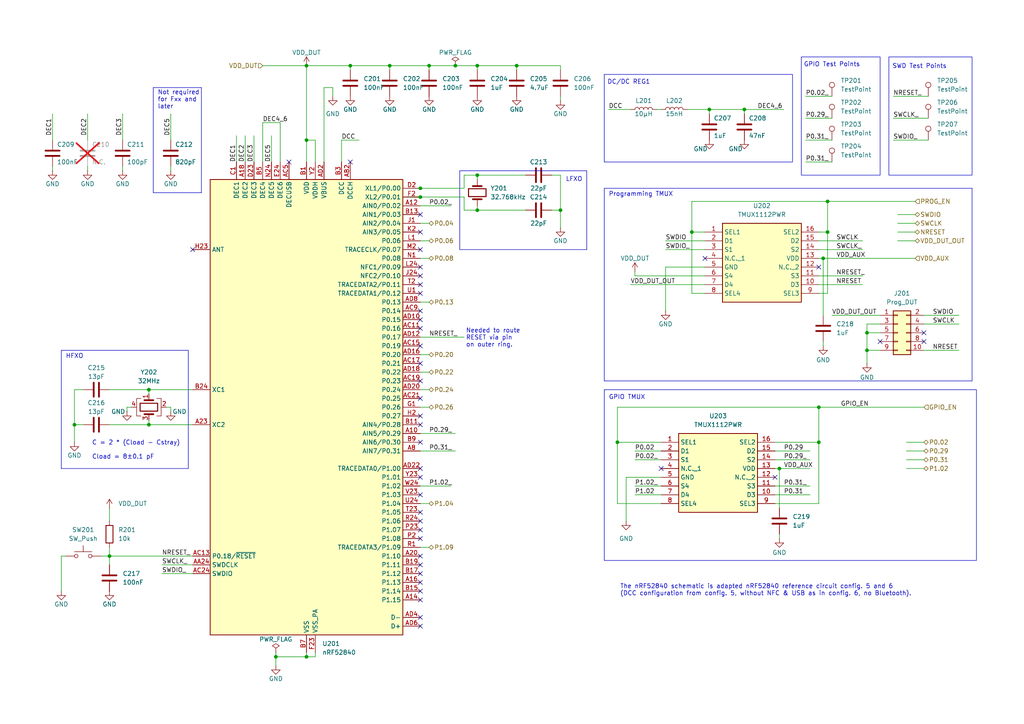
<source format=kicad_sch>
(kicad_sch (version 20231120) (generator "eeschema") (generator_version "8.0")
  (paper "A4")
  (title_block (title "Main MCU"))
  (junction (at 88.9 190.5))
  (junction (at 113.03 19.05))
  (junction (at 226.06 135.89))
  (junction (at 149.86 19.05))
  (junction (at 132.08 19.05))
  (junction (at 80.01 190.5))
  (junction (at 240.03 67.31))
  (junction (at 121.92 54.61))
  (junction (at 88.9 40.64))
  (junction (at 121.92 57.15))
  (junction (at 31.75 161.29))
  (junction (at 88.9 19.05))
  (junction (at 205.74 31.75))
  (junction (at 237.49 128.27))
  (junction (at 162.56 60.96))
  (junction (at 215.9 31.75))
  (junction (at 138.43 50.8))
  (junction (at 238.76 74.93))
  (junction (at 43.18 123.19))
  (junction (at 21.59 123.19))
  (junction (at 240.03 58.42))
  (junction (at 101.6 19.05))
  (junction (at 124.46 19.05))
  (junction (at 138.43 19.05))
  (junction (at 43.18 113.03))
  (junction (at 251.46 101.6))
  (junction (at 179.07 128.27))
  (junction (at 200.66 67.31))
  (junction (at 251.46 96.52))
  (junction (at 138.43 60.96))
  (junction (at 237.49 118.11))
  (no_connect (at 121.92 138.43))
  (no_connect (at 204.47 74.93))
  (no_connect (at 101.6 46.99))
  (no_connect (at 121.92 72.39))
  (no_connect (at 121.92 163.83))
  (no_connect (at 121.92 95.25))
  (no_connect (at 121.92 151.13))
  (no_connect (at 237.49 77.47))
  (no_connect (at 121.92 148.59))
  (no_connect (at 121.92 166.37))
  (no_connect (at 121.92 105.41))
  (no_connect (at 191.77 135.89))
  (no_connect (at 121.92 67.31))
  (no_connect (at 121.92 62.23))
  (no_connect (at 267.97 99.06))
  (no_connect (at 121.92 143.51))
  (no_connect (at 255.27 99.06))
  (no_connect (at 121.92 110.49))
  (no_connect (at 55.88 72.39))
  (no_connect (at 121.92 85.09))
  (no_connect (at 121.92 80.01))
  (no_connect (at 121.92 77.47))
  (no_connect (at 121.92 82.55))
  (no_connect (at 121.92 179.07))
  (no_connect (at 121.92 156.21))
  (no_connect (at 224.79 138.43))
  (no_connect (at 121.92 173.99))
  (no_connect (at 121.92 181.61))
  (no_connect (at 121.92 161.29))
  (no_connect (at 121.92 115.57))
  (no_connect (at 121.92 153.67))
  (no_connect (at 121.92 135.89))
  (no_connect (at 121.92 171.45))
  (no_connect (at 267.97 96.52))
  (no_connect (at 121.92 90.17))
  (no_connect (at 121.92 123.19))
  (no_connect (at 121.92 92.71))
  (no_connect (at 121.92 128.27))
  (no_connect (at 83.82 46.99))
  (no_connect (at 121.92 120.65))
  (no_connect (at 121.92 100.33))
  (no_connect (at 121.92 168.91))
  (wire (pts (xy 237.49 74.93) (xy 238.76 74.93)))
  (wire (pts (xy 226.06 135.89) (xy 234.95 135.89)))
  (wire (pts (xy 162.56 60.96) (xy 162.56 66.04)))
  (wire (pts (xy 46.99 163.83) (xy 55.88 163.83)))
  (wire (pts (xy 36.83 118.11) (xy 36.83 119.38)))
  (wire (pts (xy 81.28 35.56) (xy 76.2 35.56)))
  (polyline (pts (xy 133.35 49.53) (xy 170.18 49.53)))
  (wire (pts (xy 91.44 189.23) (xy 91.44 190.5)))
  (wire (pts (xy 121.92 87.63) (xy 124.46 87.63)))
  (wire (pts (xy 88.9 40.64) (xy 88.9 46.99)))
  (wire (pts (xy 121.92 130.81) (xy 132.08 130.81)))
  (wire (pts (xy 15.24 33.02) (xy 15.24 40.64)))
  (wire (pts (xy 134.62 50.8) (xy 138.43 50.8)))
  (wire (pts (xy 80.01 190.5) (xy 88.9 190.5)))
  (wire (pts (xy 80.01 189.23) (xy 80.01 190.5)))
  (polyline (pts (xy 58.42 25.4) (xy 58.42 55.88)))
  (wire (pts (xy 259.08 27.94) (xy 269.24 27.94)))
  (wire (pts (xy 71.12 39.37) (xy 71.12 46.99)))
  (wire (pts (xy 267.97 91.44) (xy 278.13 91.44)))
  (polyline (pts (xy 54.61 101.6) (xy 54.61 135.89)))
  (wire (pts (xy 262.89 135.89) (xy 267.97 135.89)))
  (wire (pts (xy 184.15 140.97) (xy 191.77 140.97)))
  (polyline (pts (xy 133.35 49.53) (xy 133.35 72.39)))
  (wire (pts (xy 76.2 35.56) (xy 76.2 46.99)))
  (wire (pts (xy 49.53 118.11) (xy 48.26 118.11)))
  (wire (pts (xy 43.18 121.92) (xy 43.18 123.19)))
  (wire (pts (xy 184.15 133.35) (xy 191.77 133.35)))
  (polyline (pts (xy 175.26 110.49) (xy 281.94 110.49)))
  (wire (pts (xy 17.78 171.45) (xy 17.78 161.29)))
  (polyline (pts (xy 175.26 54.61) (xy 175.26 110.49)))
  (wire (pts (xy 49.53 48.26) (xy 49.53 49.53)))
  (wire (pts (xy 238.76 74.93) (xy 238.76 91.44)))
  (wire (pts (xy 93.98 46.99) (xy 93.98 25.4)))
  (polyline (pts (xy 175.26 54.61) (xy 281.94 54.61)))
  (wire (pts (xy 184.15 130.81) (xy 191.77 130.81)))
  (wire (pts (xy 199.39 31.75) (xy 205.74 31.75)))
  (polyline (pts (xy 17.78 101.6) (xy 54.61 101.6)))
  (wire (pts (xy 118.11 54.61) (xy 121.92 54.61)))
  (wire (pts (xy 132.08 19.05) (xy 124.46 19.05)))
  (wire (pts (xy 200.66 67.31) (xy 204.47 67.31)))
  (polyline (pts (xy 44.45 25.4) (xy 44.45 55.88)))
  (wire (pts (xy 132.08 19.05) (xy 138.43 19.05)))
  (wire (pts (xy 233.68 40.64) (xy 241.3 40.64)))
  (polyline (pts (xy 281.94 110.49) (xy 281.94 54.61)))
  (wire (pts (xy 200.66 58.42) (xy 240.03 58.42)))
  (wire (pts (xy 134.62 60.96) (xy 138.43 60.96)))
  (wire (pts (xy 224.79 130.81) (xy 234.95 130.81)))
  (wire (pts (xy 224.79 133.35) (xy 234.95 133.35)))
  (wire (pts (xy 121.92 74.93) (xy 124.46 74.93)))
  (wire (pts (xy 49.53 33.02) (xy 49.53 40.64)))
  (wire (pts (xy 190.5 31.75) (xy 191.77 31.75)))
  (wire (pts (xy 31.75 113.03) (xy 43.18 113.03)))
  (wire (pts (xy 121.92 59.69) (xy 130.81 59.69)))
  (wire (pts (xy 215.9 31.75) (xy 227.33 31.75)))
  (wire (pts (xy 260.35 62.23) (xy 265.43 62.23)))
  (wire (pts (xy 121.92 140.97) (xy 130.81 140.97)))
  (wire (pts (xy 24.13 113.03) (xy 21.59 113.03)))
  (wire (pts (xy 259.08 40.64) (xy 269.24 40.64)))
  (wire (pts (xy 149.86 19.05) (xy 162.56 19.05)))
  (wire (pts (xy 240.03 85.09) (xy 240.03 67.31)))
  (wire (pts (xy 49.53 119.38) (xy 49.53 118.11)))
  (wire (pts (xy 162.56 27.94) (xy 162.56 29.21)))
  (wire (pts (xy 184.15 80.01) (xy 204.47 80.01)))
  (wire (pts (xy 43.18 113.03) (xy 55.88 113.03)))
  (wire (pts (xy 238.76 99.06) (xy 238.76 100.33)))
  (wire (pts (xy 267.97 93.98) (xy 278.13 93.98)))
  (wire (pts (xy 237.49 118.11) (xy 237.49 128.27)))
  (wire (pts (xy 35.56 33.02) (xy 35.56 40.64)))
  (wire (pts (xy 73.66 39.37) (xy 73.66 46.99)))
  (wire (pts (xy 240.03 58.42) (xy 265.43 58.42)))
  (wire (pts (xy 251.46 105.41) (xy 251.46 101.6)))
  (wire (pts (xy 99.06 40.64) (xy 104.14 40.64)))
  (wire (pts (xy 162.56 20.32) (xy 162.56 19.05)))
  (wire (pts (xy 121.92 102.87) (xy 124.46 102.87)))
  (wire (pts (xy 237.49 67.31) (xy 240.03 67.31)))
  (wire (pts (xy 121.92 113.03) (xy 124.46 113.03)))
  (wire (pts (xy 91.44 190.5) (xy 88.9 190.5)))
  (wire (pts (xy 21.59 123.19) (xy 21.59 128.27)))
  (wire (pts (xy 21.59 113.03) (xy 21.59 123.19)))
  (wire (pts (xy 255.27 96.52) (xy 251.46 96.52)))
  (wire (pts (xy 184.15 80.01) (xy 184.15 78.74)))
  (polyline (pts (xy 54.61 135.89) (xy 17.78 135.89)))
  (wire (pts (xy 226.06 147.32) (xy 226.06 135.89)))
  (wire (pts (xy 238.76 74.93) (xy 265.43 74.93)))
  (wire (pts (xy 224.79 135.89) (xy 226.06 135.89)))
  (wire (pts (xy 200.66 85.09) (xy 200.66 67.31)))
  (wire (pts (xy 138.43 50.8) (xy 138.43 52.07)))
  (wire (pts (xy 260.35 64.77) (xy 265.43 64.77)))
  (wire (pts (xy 262.89 128.27) (xy 267.97 128.27)))
  (wire (pts (xy 200.66 67.31) (xy 200.66 58.42)))
  (wire (pts (xy 255.27 93.98) (xy 251.46 93.98)))
  (wire (pts (xy 260.35 69.85) (xy 265.43 69.85)))
  (wire (pts (xy 88.9 189.23) (xy 88.9 190.5)))
  (wire (pts (xy 38.1 118.11) (xy 36.83 118.11)))
  (wire (pts (xy 31.75 147.32) (xy 31.75 151.13)))
  (wire (pts (xy 113.03 19.05) (xy 113.03 20.32)))
  (wire (pts (xy 121.92 125.73) (xy 132.08 125.73)))
  (wire (pts (xy 121.92 107.95) (xy 124.46 107.95)))
  (wire (pts (xy 25.4 33.02) (xy 25.4 40.64)))
  (wire (pts (xy 31.75 158.75) (xy 31.75 161.29)))
  (wire (pts (xy 121.92 69.85) (xy 124.46 69.85)))
  (wire (pts (xy 118.11 57.15) (xy 121.92 57.15)))
  (wire (pts (xy 35.56 48.26) (xy 35.56 49.53)))
  (wire (pts (xy 134.62 57.15) (xy 134.62 60.96)))
  (wire (pts (xy 138.43 60.96) (xy 138.43 59.69)))
  (wire (pts (xy 80.01 190.5) (xy 80.01 193.04)))
  (wire (pts (xy 162.56 50.8) (xy 162.56 60.96)))
  (wire (pts (xy 237.49 128.27) (xy 224.79 128.27)))
  (wire (pts (xy 43.18 114.3) (xy 43.18 113.03)))
  (wire (pts (xy 21.59 123.19) (xy 24.13 123.19)))
  (wire (pts (xy 237.49 80.01) (xy 250.19 80.01)))
  (wire (pts (xy 101.6 19.05) (xy 113.03 19.05)))
  (wire (pts (xy 91.44 46.99) (xy 91.44 40.64)))
  (wire (pts (xy 233.68 46.99) (xy 241.3 46.99)))
  (wire (pts (xy 262.89 130.81) (xy 267.97 130.81)))
  (wire (pts (xy 179.07 128.27) (xy 179.07 146.05)))
  (wire (pts (xy 138.43 60.96) (xy 152.4 60.96)))
  (wire (pts (xy 81.28 46.99) (xy 81.28 35.56)))
  (wire (pts (xy 191.77 138.43) (xy 181.61 138.43)))
  (wire (pts (xy 224.79 143.51) (xy 234.95 143.51)))
  (wire (pts (xy 267.97 101.6) (xy 278.13 101.6)))
  (wire (pts (xy 93.98 25.4) (xy 96.52 25.4)))
  (wire (pts (xy 121.92 64.77) (xy 124.46 64.77)))
  (wire (pts (xy 251.46 93.98) (xy 251.46 96.52)))
  (wire (pts (xy 193.04 69.85) (xy 204.47 69.85)))
  (wire (pts (xy 233.68 27.94) (xy 241.3 27.94)))
  (wire (pts (xy 237.49 146.05) (xy 237.49 128.27)))
  (wire (pts (xy 179.07 146.05) (xy 191.77 146.05)))
  (wire (pts (xy 237.49 72.39) (xy 250.19 72.39)))
  (wire (pts (xy 121.92 146.05) (xy 124.46 146.05)))
  (wire (pts (xy 124.46 19.05) (xy 124.46 20.32)))
  (wire (pts (xy 233.68 34.29) (xy 241.3 34.29)))
  (wire (pts (xy 204.47 77.47) (xy 193.04 77.47)))
  (wire (pts (xy 215.9 31.75) (xy 215.9 33.02)))
  (wire (pts (xy 101.6 19.05) (xy 101.6 20.32)))
  (wire (pts (xy 251.46 101.6) (xy 255.27 101.6)))
  (wire (pts (xy 138.43 50.8) (xy 152.4 50.8)))
  (wire (pts (xy 68.58 39.37) (xy 68.58 46.99)))
  (wire (pts (xy 121.92 57.15) (xy 134.62 57.15)))
  (wire (pts (xy 15.24 48.26) (xy 15.24 49.53)))
  (wire (pts (xy 193.04 77.47) (xy 193.04 90.17)))
  (wire (pts (xy 237.49 85.09) (xy 240.03 85.09)))
  (wire (pts (xy 88.9 19.05) (xy 101.6 19.05)))
  (wire (pts (xy 134.62 54.61) (xy 134.62 50.8)))
  (wire (pts (xy 259.08 34.29) (xy 269.24 34.29)))
  (polyline (pts (xy 58.42 55.88) (xy 44.45 55.88)))
  (wire (pts (xy 260.35 67.31) (xy 265.43 67.31)))
  (wire (pts (xy 226.06 154.94) (xy 226.06 156.21)))
  (wire (pts (xy 43.18 123.19) (xy 31.75 123.19)))
  (wire (pts (xy 181.61 138.43) (xy 181.61 151.13)))
  (wire (pts (xy 96.52 25.4) (xy 96.52 27.94)))
  (wire (pts (xy 205.74 31.75) (xy 205.74 33.02)))
  (wire (pts (xy 224.79 146.05) (xy 237.49 146.05)))
  (wire (pts (xy 149.86 20.32) (xy 149.86 19.05)))
  (wire (pts (xy 29.21 161.29) (xy 31.75 161.29)))
  (wire (pts (xy 121.92 118.11) (xy 124.46 118.11)))
  (polyline (pts (xy 44.45 25.4) (xy 58.42 25.4)))
  (wire (pts (xy 149.86 19.05) (xy 138.43 19.05)))
  (polyline (pts (xy 170.18 72.39) (xy 133.35 72.39)))
  (wire (pts (xy 31.75 161.29) (xy 55.88 161.29)))
  (wire (pts (xy 46.99 166.37) (xy 55.88 166.37)))
  (wire (pts (xy 43.18 123.19) (xy 55.88 123.19)))
  (wire (pts (xy 121.92 158.75) (xy 124.46 158.75)))
  (wire (pts (xy 205.74 31.75) (xy 215.9 31.75)))
  (wire (pts (xy 237.49 82.55) (xy 250.19 82.55)))
  (wire (pts (xy 88.9 19.05) (xy 88.9 40.64)))
  (wire (pts (xy 121.92 97.79) (xy 134.62 97.79)))
  (wire (pts (xy 262.89 133.35) (xy 267.97 133.35)))
  (wire (pts (xy 182.88 82.55) (xy 204.47 82.55)))
  (polyline (pts (xy 170.18 49.53) (xy 170.18 72.39)))
  (wire (pts (xy 76.2 19.05) (xy 88.9 19.05)))
  (wire (pts (xy 78.74 39.37) (xy 78.74 46.99)))
  (wire (pts (xy 204.47 85.09) (xy 200.66 85.09)))
  (wire (pts (xy 162.56 60.96) (xy 160.02 60.96)))
  (wire (pts (xy 91.44 40.64) (xy 88.9 40.64)))
  (wire (pts (xy 179.07 128.27) (xy 179.07 118.11)))
  (wire (pts (xy 138.43 19.05) (xy 138.43 20.32)))
  (wire (pts (xy 25.4 48.26) (xy 25.4 49.53)))
  (wire (pts (xy 224.79 140.97) (xy 234.95 140.97)))
  (wire (pts (xy 184.15 143.51) (xy 191.77 143.51)))
  (wire (pts (xy 179.07 118.11) (xy 237.49 118.11)))
  (wire (pts (xy 31.75 161.29) (xy 31.75 163.83)))
  (wire (pts (xy 17.78 161.29) (xy 19.05 161.29)))
  (wire (pts (xy 240.03 67.31) (xy 240.03 58.42)))
  (wire (pts (xy 251.46 96.52) (xy 251.46 101.6)))
  (wire (pts (xy 176.53 31.75) (xy 182.88 31.75)))
  (wire (pts (xy 121.92 54.61) (xy 134.62 54.61)))
  (wire (pts (xy 113.03 19.05) (xy 124.46 19.05)))
  (wire (pts (xy 160.02 50.8) (xy 162.56 50.8)))
  (wire (pts (xy 241.3 91.44) (xy 255.27 91.44)))
  (wire (pts (xy 191.77 128.27) (xy 179.07 128.27)))
  (wire (pts (xy 193.04 72.39) (xy 204.47 72.39)))
  (wire (pts (xy 237.49 118.11) (xy 267.97 118.11)))
  (polyline (pts (xy 17.78 135.89) (xy 17.78 101.6)))
  (wire (pts (xy 237.49 69.85) (xy 250.19 69.85)))
  (wire (pts (xy 99.06 46.99) (xy 99.06 40.64)))
  (rectangle (start 175.26 113.03) (end 283.21 162.56))
  (rectangle (start 232.41 16.51) (end 255.27 50.8))
  (rectangle (start 257.81 16.51) (end 281.94 50.8))
  (rectangle (start 175.26 21.59) (end 229.87 46.99))
  (text "Programming TMUX" (at 176.53 57.15 0) (effects (font (size 1.27 1.27)) (justify left bottom)))
  (text "SWD Test Points" (at 266.7 19.304 0) (effects (font (size 1.27 1.27))))
  (text "C = 2 * (Cload - Cstray)\n\nCload = 8±0.1 pF" (at 26.67 133.35 0) (effects (font (size 1.27 1.27)) (justify left bottom)))
  (text "Not required\nfor Fxx and\nlater" (at 45.72 31.75 0) (effects (font (size 1.27 1.27)) (justify left bottom)))
  (text "The nRF52840 schematic is adapted nRF52840 reference circuit config. 5 and 6\n(DCC configuration from config. 5, without NFC & USB as in config. 6, no Bluetooth)." (at 179.832 172.974 0) (effects (font (size 1.27 1.27)) (justify left bottom)))
  (text "HFXO" (at 19.05 104.14 0) (effects (font (size 1.27 1.27)) (justify left bottom)))
  (text "LFXO" (at 164.084 52.832 0) (effects (font (size 1.27 1.27)) (justify left bottom)))
  (text "DC/DC REG1" (at 182.372 23.876 0) (effects (font (size 1.27 1.27))))
  (text "Needed to route\nRESET via pin \non outer ring." (at 135.128 100.838 0) (effects (font (size 1.27 1.27)) (justify left bottom)))
  (text "GPIO TMUX" (at 181.864 115.316 0) (effects (font (size 1.27 1.27))))
  (text "GPIO Test Points" (at 241.3 18.796 0) (effects (font (size 1.27 1.27))))
  (label "DCC" (at 176.53 31.75 0))
  (label "SWDIO_" (at 259.08 40.64 0))
  (label "VDD_AUX" (at 242.57 74.93 0))
  (label "P0.02_" (at 184.15 133.35 0))
  (label "NRESET_" (at 259.08 27.94 0))
  (label "SWCLK" (at 270.51 93.98 0))
  (label "DEC2" (at 71.12 46.99 90))
  (label "VDD_DUT_OUT" (at 182.88 82.55 0))
  (label "P0.29" (at 227.33 130.81 0))
  (label "SWCLK" (at 242.57 69.85 0))
  (label "SWDIO" (at 193.04 69.85 0))
  (label "SWDIO" (at 270.51 91.44 0))
  (label "SWCLK_" (at 259.08 34.29 0))
  (label "DEC5" (at 49.53 39.37 90))
  (label "NRESET_" (at 124.46 97.79 0))
  (label "NRESET" (at 242.57 82.55 0))
  (label "P0.31_" (at 233.68 46.99 0))
  (label "P0.31" (at 227.33 143.51 0))
  (label "DCC" (at 99.06 40.64 0))
  (label "P0.29_" (at 233.68 34.29 0))
  (label "DEC4_6" (at 219.71 31.75 0))
  (label "NRESET" (at 270.51 101.6 0))
  (label "P0.31_" (at 124.46 130.81 0))
  (label "SWCLK_" (at 242.57 72.39 0))
  (label "DEC4_6" (at 76.2 35.56 0))
  (label "P0.02" (at 184.15 130.81 0))
  (label "P0.02_" (at 124.46 59.69 0))
  (label "P0.29_" (at 124.46 125.73 0))
  (label "P0.31_" (at 233.68 40.64 0))
  (label "DEC2" (at 25.4 39.37 90))
  (label "GPIO_EN" (at 243.84 118.11 0))
  (label "DEC3" (at 73.66 46.99 90))
  (label "NRESET_" (at 242.57 80.01 0))
  (label "P1.02_" (at 124.46 140.97 0))
  (label "DEC1" (at 68.58 46.99 90))
  (label "VDD_DUT_OUT" (at 241.3 91.44 0))
  (label "VDD_AUX" (at 227.33 135.89 0))
  (label "P0.31_" (at 227.33 140.97 0))
  (label "NRESET_" (at 46.99 161.29 0))
  (label "SWDIO_" (at 46.99 166.37 0))
  (label "DEC5" (at 78.74 46.99 90))
  (label "P0.29_" (at 227.33 133.35 0))
  (label "SWCLK_" (at 46.99 163.83 0))
  (label "P0.02_" (at 233.68 27.94 0))
  (label "DEC1" (at 15.24 39.37 90))
  (label "SWDIO_" (at 193.04 72.39 0))
  (label "P1.02" (at 184.15 143.51 0))
  (label "DEC3" (at 35.56 39.37 90))
  (label "P1.02_" (at 184.15 140.97 0))
  (hierarchical_label "P1.09" (shape bidirectional) (at 124.46 158.75 0))
  (hierarchical_label "P1.04" (shape bidirectional) (at 124.46 146.05 0))
  (hierarchical_label "NRESET" (shape tri_state) (at 265.43 67.31 0))
  (hierarchical_label "P0.26" (shape bidirectional) (at 124.46 118.11 0))
  (hierarchical_label "P0.13" (shape bidirectional) (at 124.46 87.63 0))
  (hierarchical_label "P0.08" (shape bidirectional) (at 124.46 74.93 0))
  (hierarchical_label "GPIO_EN" (shape input) (at 267.97 118.11 0))
  (hierarchical_label "SWCLK" (shape tri_state) (at 265.43 64.77 0))
  (hierarchical_label "VDD_AUX" (shape input) (at 265.43 74.93 0))
  (hierarchical_label "P0.22" (shape bidirectional) (at 124.46 107.95 0))
  (hierarchical_label "SWDIO" (shape tri_state) (at 265.43 62.23 0))
  (hierarchical_label "P0.20" (shape bidirectional) (at 124.46 102.87 0))
  (hierarchical_label "PROG_EN" (shape input) (at 265.43 58.42 0))
  (hierarchical_label "P0.04" (shape bidirectional) (at 124.46 64.77 0))
  (hierarchical_label "P0.29" (shape tri_state) (at 267.97 130.81 0))
  (hierarchical_label "P0.31" (shape tri_state) (at 267.97 133.35 0))
  (hierarchical_label "P1.02" (shape tri_state) (at 267.97 135.89 0))
  (hierarchical_label "VDD_DUT_OUT" (shape tri_state) (at 265.43 69.85 0))
  (hierarchical_label "P0.06" (shape bidirectional) (at 124.46 69.85 0))
  (hierarchical_label "P0.24" (shape bidirectional) (at 124.46 113.03 0))
  (hierarchical_label "P0.02" (shape tri_state) (at 267.97 128.27 0))
  (hierarchical_label "VDD_DUT" (shape input) (at 76.2 19.05 180))
  (symbol (lib_id "power:GND") (at 25.4 49.53 0) (unit 1)
    (property "Reference" "#PWR0212" (effects (hide yes)))
    (property "Value" "GND" (at 25.4 53.34 0))
    (property "Description" "Power symbol creates a global label with name \"GND\" , ground" (effects (hide yes)))
    (instances (project "dongle" (path "" (reference "#PWR0212") (unit 1))) (project "dongle" (path "" (reference "#PWR0214") (unit 1))))
  )
  (symbol (lib_id "Device:C") (at 31.75 167.64 0) (unit 1)
    (property "Reference" "C217" (at 35.56 166.3699 0) (effects (justify left)))
    (property "Value" "100nF" (at 35.56 168.9099 0) (effects (justify left)))
    (property "Footprint" "Capacitor_SMD:C_0201_0603Metric" (effects (hide yes)))
    (property "Datasheet" "https://wmsc.lcsc.com/wmsc/upload/file/pdf/v2/lcsc/1811081532_Murata-Electronics-GRM033R61E104KE14D_C76939.pdf" (effects (hide yes)))
    (property "Description" "25V 100nF X5R ±10% 0201" (effects (hide yes)))
    (property "LCSC" "C76939" (effects (hide yes)))
    (property "Manufacturer" "Murata Electronics" (effects (hide yes)))
    (property "Part Number" "GRM033R61E104KE14D" (effects (hide yes)))
    (property "MPN" "GRM033R61E104KE14D" (effects (hide yes)))
    (instances (project "dongle" (path "" (reference "C217") (unit 1))) (project "dongle" (path "" (reference "C214") (unit 1))))
  )
  (symbol (lib_id "TexasInstruments:TMUX1112PWR") (at 204.47 67.31 0) (unit 1)
    (property "Reference" "U202" (at 220.98 59.69 0))
    (property "Value" "TMUX1112PWR" (at 220.98 62.23 0))
    (property "Footprint" "TexasInstruments:SOP65P640X120-16N" (effects (hide yes)))
    (property "Datasheet" "https://www.ti.com/lit/gpn/TMUX1112" (effects (hide yes)))
    (property "Description" "Analog Switch ICs 5V SWITCH PROTOTYPE" (effects (hide yes)))
    (property "Height" "1.2" (effects (hide yes)))
    (property "Manufacturer" "Texas Instruments" (effects (hide yes)))
    (property "MPN" "TMUX1112PWR" (effects (hide yes)))
    (property "ImportOrigin" "https://octopart.componentsearchengine.com/" (effects (hide yes)))
    (property "LCSC" "C2877031" (effects (hide yes)))
  )
  (symbol (lib_id "Device:R") (at 31.75 154.94 0) (unit 1)
    (property "Reference" "R201" (at 34.29 153.6699 0) (effects (justify left)))
    (property "Value" "10k" (at 34.29 156.2099 0) (effects (justify left)))
    (property "Footprint" "Resistor_SMD:R_0402_1005Metric" (effects (hide yes)))
    (property "Datasheet" "https://wmsc.lcsc.com/wmsc/upload/file/pdf/v2/lcsc/2206010100_UNI-ROYAL-Uniroyal-Elec-0402WGF1002TCE_C25744.pdf" (effects (hide yes)))
    (property "Description" "62.5mW Thick Film Resistors 50V ±100ppm/℃ ±1% 10kΩ 0402" (effects (hide yes)))
    (property "Comment" "JLCPCB basic part" (effects (hide yes)))
    (property "LCSC" "C25744" (effects (hide yes)))
    (property "Manufacturer" "Uniroyal Elec" (effects (hide yes)))
    (property "Part Number" "0402WGF1002TCE" (effects (hide yes)))
    (property "MPN" "0402WGF1002TCE" (effects (hide yes)))
    (instances (project "dongle" (path "" (reference "R201") (unit 1))) (project "dongle" (path "" (reference "R202") (unit 1))))
  )
  (symbol (lib_id "Connector_Generic:Conn_02x05_Odd_Even") (at 260.35 96.52 0) (unit 1)
    (property "Reference" "J201" (at 261.62 85.09 0))
    (property "Value" "Prog_DUT" (at 261.62 87.63 0))
    (property "Footprint" "Connector_PinHeader_1.27mm:PinHeader_2x05_P1.27mm_Vertical_SMD" (effects (hide yes)))
  )
  (symbol (lib_id "power:GND") (at 113.03 27.94 0) (unit 1)
    (property "Reference" "#PWR0204" (effects (hide yes)))
    (property "Value" "GND" (at 113.03 31.75 0))
    (property "Description" "Power symbol creates a global label with name \"GND\" , ground" (effects (hide yes)))
    (instances (project "dongle" (path "" (reference "#PWR0204") (unit 1))) (project "dongle" (path "" (reference "#PWR0223") (unit 1))))
  )
  (symbol (lib_id "Device:C") (at 238.76 95.25 0) (unit 1)
    (property "Reference" "C218" (at 242.57 93.9799 0) (effects (justify left)))
    (property "Value" "1uF" (at 242.57 96.5199 0) (effects (justify left)))
    (property "Footprint" "Capacitor_SMD:C_0603_1608Metric" (effects (hide yes)))
    (property "Datasheet" "https://wmsc.lcsc.com/wmsc/upload/file/pdf/v2/lcsc/2304140030_Samsung-Electro-Mechanics-CL10A105KB8NNNC_C15849.pdf" (effects (hide yes)))
    (property "Description" "50V 1uF X5R ±10% 0603" (effects (hide yes)))
    (property "LCSC" "C15849" (effects (hide yes)))
    (property "Manufacturer" "Samsung Electro-Mechanics" (effects (hide yes)))
    (property "Part Number" "CL10A105KB8NNNC" (effects (hide yes)))
    (property "Comment" "JLCPCB basic part" (effects (hide yes)))
    (property "MPN" "CL10A105KB8NNNC" (effects (hide yes)))
  )
  (symbol (lib_id "power:GND") (at 36.83 119.38 0) (unit 1)
    (property "Reference" "#PWR0216" (effects (hide yes)))
    (property "Value" "GND" (at 34.29 119.38 0))
    (property "Description" "Power symbol creates a global label with name \"GND\" , ground" (effects (hide yes)))
    (instances (project "dongle" (path "" (reference "#PWR0216") (unit 1))) (project "dongle" (path "" (reference "#PWR0202") (unit 1))))
  )
  (symbol (lib_id "Device:C") (at 162.56 24.13 0) (unit 1)
    (property "Reference" "C206" (at 166.37 22.8599 0) (effects (justify left)))
    (property "Value" "100nF" (at 166.37 25.3999 0) (effects (justify left)))
    (property "Footprint" "Capacitor_SMD:C_0201_0603Metric" (effects (hide yes)))
    (property "Datasheet" "https://wmsc.lcsc.com/wmsc/upload/file/pdf/v2/lcsc/1811081532_Murata-Electronics-GRM033R61E104KE14D_C76939.pdf" (effects (hide yes)))
    (property "Description" "25V 100nF X5R ±10% 0201" (effects (hide yes)))
    (property "LCSC" "C76939" (effects (hide yes)))
    (property "Manufacturer" "Murata Electronics" (effects (hide yes)))
    (property "Part Number" "GRM033R61E104KE14D" (effects (hide yes)))
    (property "MPN" "GRM033R61E104KE14D" (effects (hide yes)))
    (instances (project "dongle" (path "" (reference "C206") (unit 1))) (project "dongle" (path "" (reference "C226") (unit 1))))
  )
  (symbol (lib_id "power:GND") (at 35.56 49.53 0) (unit 1)
    (property "Reference" "#PWR0213" (effects (hide yes)))
    (property "Value" "GND" (at 35.56 53.34 0))
    (property "Description" "Power symbol creates a global label with name \"GND\" , ground" (effects (hide yes)))
    (instances (project "dongle" (path "" (reference "#PWR0213") (unit 1))) (project "dongle" (path "" (reference "#PWR0217") (unit 1))))
  )
  (symbol (lib_id "power:GND") (at 124.46 27.94 0) (unit 1)
    (property "Reference" "#PWR0205" (effects (hide yes)))
    (property "Value" "GND" (at 124.46 31.75 0))
    (property "Description" "Power symbol creates a global label with name \"GND\" , ground" (effects (hide yes)))
    (instances (project "dongle" (path "" (reference "#PWR0205") (unit 1))) (project "dongle" (path "" (reference "#PWR0224") (unit 1))))
  )
  (symbol (lib_id "Connector:TestPoint") (at 269.24 34.29 0) (unit 1) (in_bom no)
    (property "Reference" "TP206" (at 271.78 29.7179 0) (effects (justify left)))
    (property "Value" "TestPoint" (at 271.78 32.2579 0) (effects (justify left)))
    (property "Description" "test point" (effects (hide yes)))
  )
  (symbol (lib_id "Device:L") (at 195.58 31.75 90) (unit 1)
    (property "Reference" "L202" (at 195.58 29.21 90))
    (property "Value" "15nH" (at 195.58 33.02 90))
    (property "Footprint" "Inductor_SMD:L_0402_1005Metric" (effects (hide yes)))
    (property "Description" "300mA 15nH ±5% 500mΩ 0402" (effects (hide yes)))
    (property "Comment" "JLCPCB basic part; nRF52 dongle has 320mA, ±5%, 0402 (Taiyo Yuden HK100515NJ-T; C87189 at JLCPCB but out of stock)" (effects (hide yes)))
    (property "LCSC" "C27143" (effects (hide yes)))
    (property "Manufacturer" "Sunlord" (effects (hide yes)))
    (property "Part Number" "SDCL1005C15NJTDF" (effects (hide yes)))
  )
  (symbol (lib_id "power:VDD") (at 88.9 19.05 0) (unit 1)
    (property "Reference" "#PWR0201" (effects (hide yes)))
    (property "Value" "VDD_DUT" (at 88.9 15.24 0))
    (property "Description" "Power symbol creates a global label with name \"VDD\"" (effects (hide yes)))
    (instances (project "dongle" (path "" (reference "#PWR0201") (unit 1))) (project "dongle" (path "" (reference "#PWR0220") (unit 1))))
  )
  (symbol (lib_id "power:GND") (at 149.86 27.94 0) (unit 1)
    (property "Reference" "#PWR0207" (effects (hide yes)))
    (property "Value" "GND" (at 149.86 31.75 0))
    (property "Description" "Power symbol creates a global label with name \"GND\" , ground" (effects (hide yes)))
    (instances (project "dongle" (path "" (reference "#PWR0207") (unit 1))) (project "dongle" (path "" (reference "#PWR0229") (unit 1))))
  )
  (symbol (lib_id "Device:Crystal_GND24") (at 43.18 118.11 270) (unit 1)
    (property "Reference" "Y202" (at 43.18 107.95 90))
    (property "Value" "32MHz" (at 43.18 110.49 90))
    (property "Footprint" "Crystal:Crystal_SMD_2016-4Pin_2.0x1.6mm" (effects (hide yes)))
    (property "Datasheet" "https://www.murata.com/products/productdata/8801079197726/SPEC-XRCGB32M000F1H01R0.pdf" (effects (hide yes)))
    (property "LCSC" "C914155" (effects (hide yes)))
    (property "Manufacturer" "Murata" (effects (hide yes)))
    (property "Part Number" "XRCGB32M000F1H01R0 " (effects (hide yes)))
    (instances (project "dongle" (path "" (reference "Y202") (unit 1))) (project "dongle" (path "" (reference "Y201") (unit 1))))
  )
  (symbol (lib_id "power:GND") (at 101.6 27.94 0) (unit 1)
    (property "Reference" "#PWR0203" (effects (hide yes)))
    (property "Value" "GND" (at 101.6 31.75 0))
    (property "Description" "Power symbol creates a global label with name \"GND\" , ground" (effects (hide yes)))
    (instances (project "dongle" (path "" (reference "#PWR0203") (unit 1))) (project "dongle" (path "" (reference "#PWR0222") (unit 1))))
  )
  (symbol (lib_id "Device:C") (at 49.53 44.45 0) (unit 1)
    (property "Reference" "C212" (at 50.8 41.91 0) (effects (justify left)))
    (property "Value" "820pF" (at 50.8 46.99 0) (effects (justify left)))
    (property "Footprint" "Capacitor_SMD:C_0201_0603Metric" (effects (hide yes)))
    (property "Datasheet" "https://wmsc.lcsc.com/wmsc/upload/file/pdf/v2/lcsc/1811081545_Murata-Electronics-GRM033R71E821KA01D_C185597.pdf" (effects (hide yes)))
    (property "Description" "25V 820pF X7R ±10% 0201" (effects (hide yes)))
    (property "Comment" "Not required for nRF52840 Fxx and later" (effects (hide yes)))
    (property "LCSC" "C185597" (effects (hide yes)))
    (property "Manufacturer" "Murata Electronics" (effects (hide yes)))
    (property "Part Number" "GRM033R71E821KA01D" (effects (hide yes)))
    (property "MPN" "GRM033R71E821KA01D" (effects (hide yes)))
  )
  (symbol (lib_id "power:GND") (at 193.04 90.17 0) (unit 1)
    (property "Reference" "#PWR0220" (effects (hide yes)))
    (property "Value" "GND" (at 193.04 93.98 0))
    (property "Description" "Power symbol creates a global label with name \"GND\" , ground" (effects (hide yes)))
    (instances (project "dongle" (path "" (reference "#PWR0220") (unit 1))) (project "dongle" (path "" (reference "#PWR0234") (unit 1))))
  )
  (symbol (lib_id "Device:C") (at 113.03 24.13 0) (unit 1)
    (property "Reference" "C202" (at 116.84 22.8599 0) (effects (justify left)))
    (property "Value" "100nF" (at 116.84 25.3999 0) (effects (justify left)))
    (property "Footprint" "Capacitor_SMD:C_0201_0603Metric" (effects (hide yes)))
    (property "Datasheet" "https://wmsc.lcsc.com/wmsc/upload/file/pdf/v2/lcsc/1811081532_Murata-Electronics-GRM033R61E104KE14D_C76939.pdf" (effects (hide yes)))
    (property "Description" "25V 100nF X5R ±10% 0201" (effects (hide yes)))
    (property "LCSC" "C76939" (effects (hide yes)))
    (property "Manufacturer" "Murata Electronics" (effects (hide yes)))
    (property "Part Number" "GRM033R61E104KE14D" (effects (hide yes)))
    (property "MPN" "GRM033R61E104KE14D" (effects (hide yes)))
    (instances (project "dongle" (path "" (reference "C202") (unit 1))) (project "dongle" (path "" (reference "C217") (unit 1))))
  )
  (symbol (lib_id "Device:C") (at 156.21 60.96 90) (unit 1)
    (property "Reference" "C214" (at 156.21 57.15 90))
    (property "Value" "22pF" (at 156.21 64.77 90))
    (property "Footprint" "Capacitor_SMD:C_0402_1005Metric" (effects (hide yes)))
    (property "Datasheet" "https://datasheet.lcsc.com/lcsc/2206281830_Murata-Electronics-GCM1555C1H220FA16D_C882582.pdf" (effects (hide yes)))
    (property "Description" "50V 22pF C0G,NP0 ±1% 0402" (effects (hide yes)))
    (property "LCSC" "C882582" (effects (hide yes)))
    (property "Manufacturer" "Murata Electronics" (effects (hide yes)))
    (property "Part Number" "GCM1555C1H220FA16D" (effects (hide yes)))
    (property "MPN" "GCM1555C1H220FA16D" (effects (hide yes)))
    (instances (project "dongle" (path "" (reference "C214") (unit 1))) (project "dongle" (path "" (reference "C204") (unit 1))))
  )
  (symbol (lib_id "power:GND") (at 138.43 27.94 0) (unit 1)
    (property "Reference" "#PWR0206" (effects (hide yes)))
    (property "Value" "GND" (at 138.43 31.75 0))
    (property "Description" "Power symbol creates a global label with name \"GND\" , ground" (effects (hide yes)))
    (instances (project "dongle" (path "" (reference "#PWR0206") (unit 1))) (project "dongle" (path "" (reference "#PWR0226") (unit 1))))
  )
  (symbol (lib_id "power:GND") (at 21.59 128.27 0) (unit 1)
    (property "Reference" "#PWR0219" (effects (hide yes)))
    (property "Value" "GND" (at 21.59 132.08 0))
    (property "Description" "Power symbol creates a global label with name \"GND\" , ground" (effects (hide yes)))
    (instances (project "dongle" (path "" (reference "#PWR0219") (unit 1))) (project "dongle" (path "" (reference "#PWR0201") (unit 1))))
  )
  (symbol (lib_id "Device:C") (at 15.24 44.45 0) (unit 1)
    (property "Reference" "C209" (at 16.51 41.91 0) (effects (justify left)))
    (property "Value" "100nF" (at 16.51 46.99 0) (effects (justify left)))
    (property "Footprint" "Capacitor_SMD:C_0201_0603Metric" (effects (hide yes)))
    (property "Datasheet" "https://wmsc.lcsc.com/wmsc/upload/file/pdf/v2/lcsc/1811081532_Murata-Electronics-GRM033R61E104KE14D_C76939.pdf" (effects (hide yes)))
    (property "Description" "25V 100nF X5R ±10% 0201" (effects (hide yes)))
    (property "LCSC" "C76939" (effects (hide yes)))
    (property "Manufacturer" "Murata Electronics" (effects (hide yes)))
    (property "Part Number" "GRM033R61E104KE14D" (effects (hide yes)))
    (property "MPN" "GRM033R61E104KE14D" (effects (hide yes)))
  )
  (symbol (lib_id "Device:C") (at 27.94 123.19 90) (unit 1)
    (property "Reference" "C216" (at 27.94 116.84 90))
    (property "Value" "13pF" (at 27.94 119.38 90))
    (property "Footprint" "Capacitor_SMD:C_0402_1005Metric" (effects (hide yes)))
    (property "Datasheet" "https://datasheet.lcsc.com/lcsc/1811081530_Murata-Electronics-GJM1555C1H130FB01D_C161306.pdf" (effects (hide yes)))
    (property "Description" "50V 13pF C0G ±1% 0402" (effects (hide yes)))
    (property "LCSC" "C161306" (effects (hide yes)))
    (property "Manufacturer" "Murata Electronics" (effects (hide yes)))
    (property "Part Number" "GJM1555C1H130FB01D" (effects (hide yes)))
    (property "MPN" "GJM1555C1H130FB01D" (effects (hide yes)))
    (instances (project "dongle" (path "" (reference "C216") (unit 1))) (project "dongle" (path "" (reference "C202") (unit 1))))
  )
  (symbol (lib_id "Device:C") (at 156.21 50.8 270) (unit 1)
    (property "Reference" "C213" (at 156.21 46.99 90))
    (property "Value" "22pF" (at 156.21 54.61 90))
    (property "Footprint" "Capacitor_SMD:C_0402_1005Metric" (effects (hide yes)))
    (property "Datasheet" "https://datasheet.lcsc.com/lcsc/2206281830_Murata-Electronics-GCM1555C1H220FA16D_C882582.pdf" (effects (hide yes)))
    (property "Description" "50V 22pF C0G,NP0 ±1% 0402" (effects (hide yes)))
    (property "LCSC" "C882582" (effects (hide yes)))
    (property "Manufacturer" "Murata Electronics" (effects (hide yes)))
    (property "Part Number" "GCM1555C1H220FA16D" (effects (hide yes)))
    (property "MPN" "GCM1555C1H220FA16D" (effects (hide yes)))
    (instances (project "dongle" (path "" (reference "C213") (unit 1))) (project "dongle" (path "" (reference "C203") (unit 1))))
  )
  (symbol (lib_id "Device:Crystal") (at 138.43 55.88 90) (unit 1)
    (property "Reference" "Y201" (at 142.24 54.6099 90) (effects (justify right)))
    (property "Value" "32.768kHz" (at 142.24 57.1499 90) (effects (justify right)))
    (property "Footprint" "Crystal:Crystal_SMD_3215-2Pin_3.2x1.5mm" (effects (hide yes)))
    (property "Datasheet" "https://datasheet.lcsc.com/lcsc/1810171817_Seiko-Epson-Q13FC1350000400_C32346.pdf" (effects (hide yes)))
    (property "Description" "32.768kHz SMD Crystal Resonator 12.5pF 70kΩ ±20ppm -40℃~+85℃ SMD3215-2P " (effects (hide yes)))
    (property "LCSC" "C32346" (effects (hide yes)))
    (property "Manufacturer" "Seiko Epson" (effects (hide yes)))
    (property "Part Number" "Q13FC1350000400" (effects (hide yes)))
    (instances (project "dongle" (path "" (reference "Y201") (unit 1))) (project "dongle" (path "" (reference "Y202") (unit 1))))
  )
  (symbol (lib_id "power:GND") (at 96.52 27.94 0) (unit 1)
    (property "Reference" "#PWR0202" (effects (hide yes)))
    (property "Value" "GND" (at 96.52 33.02 0))
    (property "Description" "Power symbol creates a global label with name \"GND\" , ground" (effects (hide yes)))
  )
  (symbol (lib_id "power:GND") (at 215.9 40.64 0) (unit 1)
    (property "Reference" "#PWR0210" (effects (hide yes)))
    (property "Value" "GND" (at 213.36 43.18 0))
  )
  (symbol (lib_id "power:GND") (at 80.01 193.04 0) (unit 1)
    (property "Reference" "#PWR0224" (effects (hide yes)))
    (property "Value" "GND" (at 80.01 196.85 0))
    (property "Description" "Power symbol creates a global label with name \"GND\" , ground" (effects (hide yes)))
    (instances (project "dongle" (path "" (reference "#PWR0224") (unit 1))) (project "dongle" (path "" (reference "#PWR0221") (unit 1))))
  )
  (symbol (lib_id "power:GND") (at 181.61 151.13 0) (unit 1)
    (property "Reference" "#PWR0226" (effects (hide yes)))
    (property "Value" "GND" (at 181.61 156.21 0))
    (property "Description" "Power symbol creates a global label with name \"GND\" , ground" (effects (hide yes)))
  )
  (symbol (lib_id "Connector:TestPoint") (at 269.24 40.64 0) (unit 1) (in_bom no)
    (property "Reference" "TP207" (at 271.78 36.0679 0) (effects (justify left)))
    (property "Value" "TestPoint" (at 271.78 38.6079 0) (effects (justify left)))
    (property "Description" "test point" (effects (hide yes)))
  )
  (symbol (lib_id "Connector:TestPoint") (at 241.3 27.94 0) (unit 1) (in_bom no)
    (property "Reference" "TP201" (at 243.84 23.3679 0) (effects (justify left)))
    (property "Value" "TestPoint" (at 243.84 25.9079 0) (effects (justify left)))
    (property "Description" "test point" (effects (hide yes)))
  )
  (symbol (lib_id "Switch:SW_Push") (at 24.13 161.29 0) (unit 1)
    (property "Reference" "SW201" (at 24.13 153.67 0))
    (property "Value" "SW_Push" (at 24.13 156.21 0))
    (property "Footprint" "Button_Switch_SMD:SW_SPST_PTS810" (effects (hide yes)))
    (property "Datasheet" "https://www.ckswitches.com/media/1476/pts810.pdf" (effects (hide yes)))
    (property "Manufacturer" "C&K" (effects (hide yes)))
    (property "Part Number" "PTS810 SJK 250 SMTR LFS" (effects (hide yes)))
    (property "LCSC" "C221896" (effects (hide yes)))
  )
  (symbol (lib_id "power:GND") (at 251.46 105.41 0) (unit 1)
    (property "Reference" "#PWR0225" (effects (hide yes)))
    (property "Value" "GND" (at 251.46 109.474 0))
    (property "Description" "Power symbol creates a global label with name \"GND\" , ground" (effects (hide yes)))
  )
  (symbol (lib_id "Device:C") (at 138.43 24.13 0) (unit 1)
    (property "Reference" "C204" (at 142.24 22.8599 0) (effects (justify left)))
    (property "Value" "1uF" (at 142.24 25.3999 0) (effects (justify left)))
    (property "Footprint" "Capacitor_SMD:C_0603_1608Metric" (effects (hide yes)))
    (property "Datasheet" "https://wmsc.lcsc.com/wmsc/upload/file/pdf/v2/lcsc/2304140030_Samsung-Electro-Mechanics-CL10A105KB8NNNC_C15849.pdf" (effects (hide yes)))
    (property "Description" "50V 1uF X5R ±10% 0603" (effects (hide yes)))
    (property "LCSC" "C15849" (effects (hide yes)))
    (property "Manufacturer" "Samsung Electro-Mechanics" (effects (hide yes)))
    (property "Part Number" "CL10A105KB8NNNC" (effects (hide yes)))
    (property "Comment" "JLCPCB basic part" (effects (hide yes)))
    (property "MPN" "CL10A105KB8NNNC" (effects (hide yes)))
    (instances (project "dongle" (path "" (reference "C204") (unit 1))) (project "dongle" (path "" (reference "C219") (unit 1))))
  )
  (symbol (lib_id "power:VDD") (at 31.75 147.32 0) (unit 1)
    (property "Reference" "#PWR0221" (effects (hide yes)))
    (property "Value" "VDD_DUT" (at 34.29 146.0499 0) (effects (justify left)))
    (property "Description" "Power symbol creates a global label with name \"VDD\"" (effects (hide yes)))
    (instances (project "dongle" (path "" (reference "#PWR0221") (unit 1))) (project "dongle" (path "" (reference "#PWR0215") (unit 1))))
  )
  (symbol (lib_id "power:GND") (at 49.53 119.38 0) (unit 1)
    (property "Reference" "#PWR0217" (effects (hide yes)))
    (property "Value" "GND" (at 52.07 119.38 0))
    (property "Description" "Power symbol creates a global label with name \"GND\" , ground" (effects (hide yes)))
    (instances (project "dongle" (path "" (reference "#PWR0217") (unit 1))) (project "dongle" (path "" (reference "#PWR0203") (unit 1))))
  )
  (symbol (lib_id "Device:C") (at 101.6 24.13 0) (unit 1)
    (property "Reference" "C201" (at 105.41 22.8599 0) (effects (justify left)))
    (property "Value" "100nF" (at 105.41 25.3999 0) (effects (justify left)))
    (property "Footprint" "Capacitor_SMD:C_0201_0603Metric" (effects (hide yes)))
    (property "Datasheet" "https://wmsc.lcsc.com/wmsc/upload/file/pdf/v2/lcsc/1811081532_Murata-Electronics-GRM033R61E104KE14D_C76939.pdf" (effects (hide yes)))
    (property "Description" "25V 100nF X5R ±10% 0201" (effects (hide yes)))
    (property "LCSC" "C76939" (effects (hide yes)))
    (property "Manufacturer" "Murata Electronics" (effects (hide yes)))
    (property "Part Number" "GRM033R61E104KE14D" (effects (hide yes)))
    (property "MPN" "GRM033R61E104KE14D" (effects (hide yes)))
    (instances (project "dongle" (path "" (reference "C201") (unit 1))) (project "dongle" (path "" (reference "C216") (unit 1))))
  )
  (symbol (lib_id "power:PWR_FLAG") (at 132.08 19.05 0) (unit 1)
    (property "Reference" "#FLG0201" (effects (hide yes)))
    (property "Value" "PWR_FLAG" (at 132.08 15.24 0))
    (property "Description" "Special symbol for telling ERC where power comes from" (effects (hide yes)))
    (instances (project "dongle" (path "" (reference "#FLG0201") (unit 1))) (project "dongle" (path "" (reference "#FLG0104") (unit 1))))
  )
  (symbol (lib_id "power:GND") (at 238.76 100.33 0) (unit 1)
    (property "Reference" "#PWR0228" (effects (hide yes)))
    (property "Value" "GND" (at 238.76 104.394 0))
    (property "Description" "Power symbol creates a global label with name \"GND\" , ground" (effects (hide yes)))
  )
  (symbol (lib_id "power:VDD") (at 184.15 78.74 0) (unit 1)
    (property "Reference" "#PWR0218" (effects (hide yes)))
    (property "Value" "VDD_DUT" (at 184.15 74.93 0))
    (property "Description" "Power symbol creates a global label with name \"VDD\"" (effects (hide yes)))
    (instances (project "dongle" (path "" (reference "#PWR0218") (unit 1))) (project "dongle" (path "" (reference "#PWR0113") (unit 1))))
  )
  (symbol (lib_id "Connector:TestPoint") (at 241.3 40.64 0) (unit 1) (in_bom no)
    (property "Reference" "TP203" (at 243.84 36.0679 0) (effects (justify left)))
    (property "Value" "TestPoint" (at 243.84 38.6079 0) (effects (justify left)))
    (property "Description" "test point" (effects (hide yes)))
  )
  (symbol (lib_id "Device:C") (at 124.46 24.13 0) (unit 1)
    (property "Reference" "C203" (at 128.27 22.8599 0) (effects (justify left)))
    (property "Value" "100nF" (at 128.27 25.3999 0) (effects (justify left)))
    (property "Footprint" "Capacitor_SMD:C_0201_0603Metric" (effects (hide yes)))
    (property "Datasheet" "https://wmsc.lcsc.com/wmsc/upload/file/pdf/v2/lcsc/1811081532_Murata-Electronics-GRM033R61E104KE14D_C76939.pdf" (effects (hide yes)))
    (property "Description" "25V 100nF X5R ±10% 0201" (effects (hide yes)))
    (property "LCSC" "C76939" (effects (hide yes)))
    (property "Manufacturer" "Murata Electronics" (effects (hide yes)))
    (property "Part Number" "GRM033R61E104KE14D" (effects (hide yes)))
    (property "MPN" "GRM033R61E104KE14D" (effects (hide yes)))
    (instances (project "dongle" (path "" (reference "C203") (unit 1))) (project "dongle" (path "" (reference "C218") (unit 1))))
  )
  (symbol (lib_id "Device:C") (at 27.94 113.03 90) (unit 1)
    (property "Reference" "C215" (at 27.94 106.68 90))
    (property "Value" "13pF" (at 27.94 109.22 90))
    (property "Footprint" "Capacitor_SMD:C_0402_1005Metric" (effects (hide yes)))
    (property "Datasheet" "https://datasheet.lcsc.com/lcsc/1811081530_Murata-Electronics-GJM1555C1H130FB01D_C161306.pdf" (effects (hide yes)))
    (property "Description" "50V 13pF C0G ±1% 0402" (effects (hide yes)))
    (property "LCSC" "C161306" (effects (hide yes)))
    (property "Manufacturer" "Murata Electronics" (effects (hide yes)))
    (property "Part Number" "GJM1555C1H130FB01D" (effects (hide yes)))
    (property "MPN" "GJM1555C1H130FB01D" (effects (hide yes)))
    (instances (project "dongle" (path "" (reference "C215") (unit 1))) (project "dongle" (path "" (reference "C201") (unit 1))))
  )
  (symbol (lib_id "power:GND") (at 31.75 171.45 0) (unit 1)
    (property "Reference" "#PWR0223" (effects (hide yes)))
    (property "Value" "GND" (at 31.75 175.26 0))
    (property "Description" "Power symbol creates a global label with name \"GND\" , ground" (effects (hide yes)))
    (instances (project "dongle" (path "" (reference "#PWR0223") (unit 1))) (project "dongle" (path "" (reference "#PWR0216") (unit 1))))
  )
  (symbol (lib_id "power:GND") (at 49.53 49.53 0) (unit 1)
    (property "Reference" "#PWR0214" (effects (hide yes)))
    (property "Value" "GND" (at 49.53 53.34 0))
    (property "Description" "Power symbol creates a global label with name \"GND\" , ground" (effects (hide yes)))
    (instances (project "dongle" (path "" (reference "#PWR0214") (unit 1))) (project "dongle" (path "" (reference "#PWR0218") (unit 1))))
  )
  (symbol (lib_id "TexasInstruments:TMUX1112PWR") (at 191.77 128.27 0) (unit 1)
    (property "Reference" "U203" (at 208.28 120.65 0))
    (property "Value" "TMUX1112PWR" (at 208.28 123.19 0))
    (property "Footprint" "TexasInstruments:SOP65P640X120-16N" (effects (hide yes)))
    (property "Datasheet" "https://www.ti.com/lit/gpn/TMUX1112" (effects (hide yes)))
    (property "Description" "Analog Switch ICs 5V SWITCH PROTOTYPE" (effects (hide yes)))
    (property "Height" "1.2" (effects (hide yes)))
    (property "Manufacturer" "Texas Instruments" (effects (hide yes)))
    (property "MPN" "TMUX1112PWR" (effects (hide yes)))
    (property "ImportOrigin" "https://octopart.componentsearchengine.com/" (effects (hide yes)))
    (property "LCSC" "C2877031" (effects (hide yes)))
  )
  (symbol (lib_id "power:GND") (at 162.56 66.04 0) (unit 1)
    (property "Reference" "#PWR0215" (effects (hide yes)))
    (property "Value" "GND" (at 162.56 69.85 0))
    (property "Description" "Power symbol creates a global label with name \"GND\" , ground" (effects (hide yes)))
    (instances (project "dongle" (path "" (reference "#PWR0215") (unit 1))) (project "dongle" (path "" (reference "#PWR0204") (unit 1))))
  )
  (symbol (lib_id "Connector:TestPoint") (at 241.3 34.29 0) (unit 1) (in_bom no)
    (property "Reference" "TP202" (at 243.84 29.7179 0) (effects (justify left)))
    (property "Value" "TestPoint" (at 243.84 32.2579 0) (effects (justify left)))
    (property "Description" "test point" (effects (hide yes)))
  )
  (symbol (lib_id "Device:C") (at 215.9 36.83 0) (unit 1)
    (property "Reference" "C208" (at 217.17 34.29 0) (effects (justify left)))
    (property "Value" "47nF" (at 217.17 39.37 0) (effects (justify left)))
    (property "Footprint" "Capacitor_SMD:C_0201_0603Metric" (effects (hide yes)))
    (property "Datasheet" "https://wmsc.lcsc.com/wmsc/upload/file/pdf/v2/lcsc/1811141821_Murata-Electronics-GRT033R60J473KE01D_C126621.pdf" (effects (hide yes)))
    (property "Description" "6.3V 47nF X5R ±10% 0201" (effects (hide yes)))
    (property "LCSC" "C126621" (effects (hide yes)))
    (property "Manufacturer" "Murata Electronics" (effects (hide yes)))
    (property "Part Number" "GRT033R60J473KE01D" (effects (hide yes)))
    (property "MPN" "GRT033R60J473KE01D" (effects (hide yes)))
  )
  (symbol (lib_id "power:GND") (at 15.24 49.53 0) (unit 1)
    (property "Reference" "#PWR0211" (effects (hide yes)))
    (property "Value" "GND" (at 15.24 53.34 0))
    (property "Description" "Power symbol creates a global label with name \"GND\" , ground" (effects (hide yes)))
    (instances (project "dongle" (path "" (reference "#PWR0211") (unit 1))) (project "dongle" (path "" (reference "#PWR0212") (unit 1))))
  )
  (symbol (lib_id "Device:C") (at 226.06 151.13 0) (unit 1)
    (property "Reference" "C219" (at 229.87 149.8599 0) (effects (justify left)))
    (property "Value" "1uF" (at 229.87 152.3999 0) (effects (justify left)))
    (property "Footprint" "Capacitor_SMD:C_0603_1608Metric" (effects (hide yes)))
    (property "Datasheet" "https://wmsc.lcsc.com/wmsc/upload/file/pdf/v2/lcsc/2304140030_Samsung-Electro-Mechanics-CL10A105KB8NNNC_C15849.pdf" (effects (hide yes)))
    (property "Description" "50V 1uF X5R ±10% 0603" (effects (hide yes)))
    (property "LCSC" "C15849" (effects (hide yes)))
    (property "Manufacturer" "Samsung Electro-Mechanics" (effects (hide yes)))
    (property "Part Number" "CL10A105KB8NNNC" (effects (hide yes)))
    (property "Comment" "JLCPCB basic part" (effects (hide yes)))
    (property "MPN" "CL10A105KB8NNNC" (effects (hide yes)))
  )
  (symbol (lib_id "power:GND") (at 226.06 156.21 0) (unit 1)
    (property "Reference" "#PWR0229" (effects (hide yes)))
    (property "Value" "GND" (at 226.06 160.274 0))
    (property "Description" "Power symbol creates a global label with name \"GND\" , ground" (effects (hide yes)))
  )
  (symbol (lib_id "Device:C") (at 205.74 36.83 0) (unit 1)
    (property "Reference" "C207" (at 207.01 34.29 0) (effects (justify left)))
    (property "Value" "1uF" (at 207.01 39.37 0) (effects (justify left)))
    (property "Footprint" "Capacitor_SMD:C_0603_1608Metric" (effects (hide yes)))
    (property "Datasheet" "https://wmsc.lcsc.com/wmsc/upload/file/pdf/v2/lcsc/2304140030_Samsung-Electro-Mechanics-CL10A105KB8NNNC_C15849.pdf" (effects (hide yes)))
    (property "Description" "50V 1uF X5R ±10% 0603" (effects (hide yes)))
    (property "LCSC" "C15849" (effects (hide yes)))
    (property "Manufacturer" "Samsung Electro-Mechanics" (effects (hide yes)))
    (property "Part Number" "CL10A105KB8NNNC" (effects (hide yes)))
    (property "Comment" "JLCPCB basic part" (effects (hide yes)))
    (property "MPN" "CL10A105KB8NNNC" (effects (hide yes)))
  )
  (symbol (lib_id "Device:C") (at 149.86 24.13 0) (unit 1)
    (property "Reference" "C205" (at 153.67 22.8599 0) (effects (justify left)))
    (property "Value" "4.7uF" (at 153.67 25.3999 0) (effects (justify left)))
    (property "Footprint" "Capacitor_SMD:C_0603_1608Metric" (effects (hide yes)))
    (property "Datasheet" "https://wmsc.lcsc.com/wmsc/upload/file/pdf/v2/lcsc/2304140030_Samsung-Electro-Mechanics-CL10A475KO8NNNC_C19666.pdf" (effects (hide yes)))
    (property "Description" "16V 4.7uF X5R ±10% 0603" (effects (hide yes)))
    (property "Comment" "JLCPCB basic part; nRF52 dongle has ±10% 0603 here" (effects (hide yes)))
    (property "LCSC" "C19666" (effects (hide yes)))
    (property "Manufacturer" "Samsung Electro-Mechanics" (effects (hide yes)))
    (property "Part Number" "CL10A475KO8NNNC" (effects (hide yes)))
    (property "MPN" "CL10A475KO8NNNC" (effects (hide yes)))
    (instances (project "dongle" (path "" (reference "C205") (unit 1))) (project "dongle" (path "" (reference "C220") (unit 1))))
  )
  (symbol (lib_id "Device:L") (at 186.69 31.75 90) (unit 1)
    (property "Reference" "L201" (at 186.69 29.21 90))
    (property "Value" "10μH" (at 186.69 33.02 90))
    (property "Footprint" "Inductor_SMD:L_0603_1608Metric" (effects (hide yes)))
    (property "Description" "80mA 10uH ±10% 360mΩ 0603" (effects (hide yes)))
    (property "Comment" "same part as nRF52 dongle" (effects (hide yes)))
    (property "LCSC" "C87216" (effects (hide yes)))
    (property "Manufacturer" "Taiyo Yuden" (effects (hide yes)))
    (property "Part Number" "LBMF1608T100K" (effects (hide yes)))
  )
  (symbol (lib_id "Device:C") (at 25.4 44.45 0) (unit 1) (in_bom no) (dnp yes)
    (property "Reference" "C210" (at 26.67 41.91 0) (effects (justify left)))
    (property "Value" "N.C." (at 26.67 46.99 0) (effects (justify left)))
    (property "Footprint" "Capacitor_SMD:C_0201_0603Metric" (effects (hide yes)))
  )
  (symbol (lib_id "Device:C") (at 35.56 44.45 0) (unit 1)
    (property "Reference" "C211" (at 36.83 41.91 0) (effects (justify left)))
    (property "Value" "100pF" (at 36.83 46.99 0) (effects (justify left)))
    (property "Footprint" "Capacitor_SMD:C_0201_0603Metric" (effects (hide yes)))
    (property "Datasheet" "https://wmsc.lcsc.com/wmsc/upload/file/pdf/v2/lcsc/1811081531_Murata-Electronics-GRM0335C1H101JA01D_C76922.pdf" (effects (hide yes)))
    (property "Description" "50V 100pF C0G ±5% 0201" (effects (hide yes)))
    (property "LCSC" "C76922" (effects (hide yes)))
    (property "Manufacturer" "Murata Electronics" (effects (hide yes)))
    (property "Part Number" "GRM0335C1H101JA01D" (effects (hide yes)))
    (property "MPN" "GRM0335C1H101JA01D" (effects (hide yes)))
  )
  (symbol (lib_id "MCU_Nordic:nRF52840") (at 88.9 118.11 0) (unit 1)
    (property "Reference" "U201" (at 93.4594 186.69 0) (effects (justify left)))
    (property "Value" "nRF52840" (at 93.4594 189.23 0) (effects (justify left)))
    (property "Footprint" "Package_DFN_QFN:Nordic_AQFN-73-1EP_7x7mm_P0.5mm" (effects (hide yes)))
    (property "Datasheet" "http://infocenter.nordicsemi.com/topic/com.nordic.infocenter.nrf52/dita/nrf52/chips/nrf52840.html" (effects (hide yes)))
    (property "Description" "Multiprotocol BLE/ANT/2.4 GHz/802.15.4 Cortex-M4F SoC, AQFN-73" (effects (hide yes)))
    (property "LCSC" "C190794" (effects (hide yes)))
    (property "Manufacturer" "Nordic Semiconductor" (effects (hide yes)))
    (property "Part Number" "NRF52840-QIAA-R" (effects (hide yes)))
  )
  (symbol (lib_id "power:GND") (at 162.56 29.21 0) (unit 1)
    (property "Reference" "#PWR0208" (effects (hide yes)))
    (property "Value" "GND" (at 162.56 33.02 0))
    (property "Description" "Power symbol creates a global label with name \"GND\" , ground" (effects (hide yes)))
    (instances (project "dongle" (path "" (reference "#PWR0208") (unit 1))) (project "dongle" (path "" (reference "#PWR0233") (unit 1))))
  )
  (symbol (lib_id "Connector:TestPoint") (at 269.24 27.94 0) (unit 1) (in_bom no)
    (property "Reference" "TP205" (at 271.78 23.3679 0) (effects (justify left)))
    (property "Value" "TestPoint" (at 271.78 25.9079 0) (effects (justify left)))
    (property "Description" "test point" (effects (hide yes)))
  )
  (symbol (lib_id "Connector:TestPoint") (at 241.3 46.99 0) (unit 1) (in_bom no)
    (property "Reference" "TP204" (at 243.84 42.4179 0) (effects (justify left)))
    (property "Value" "TestPoint" (at 243.84 44.9579 0) (effects (justify left)))
    (property "Description" "test point" (effects (hide yes)))
  )
  (symbol (lib_id "power:GND") (at 205.74 40.64 0) (unit 1)
    (property "Reference" "#PWR0209" (effects (hide yes)))
    (property "Value" "GND" (at 203.2 43.18 0))
  )
  (symbol (lib_id "power:GND") (at 17.78 171.45 0) (unit 1)
    (property "Reference" "#PWR0222" (effects (hide yes)))
    (property "Value" "GND" (at 17.78 175.26 0))
    (property "Description" "Power symbol creates a global label with name \"GND\" , ground" (effects (hide yes)))
    (instances (project "dongle" (path "" (reference "#PWR0222") (unit 1))) (project "dongle" (path "" (reference "#PWR0211") (unit 1))))
  )
  (symbol (lib_id "power:PWR_FLAG") (at 80.01 189.23 0) (unit 1)
    (property "Reference" "#FLG0202" (effects (hide yes)))
    (property "Value" "PWR_FLAG" (at 80.01 185.42 0))
    (property "Description" "Special symbol for telling ERC where power comes from" (effects (hide yes)))
    (instances (project "dongle" (path "" (reference "#FLG0202") (unit 1))) (project "dongle" (path "" (reference "#FLG0105") (unit 1))))
  )
)
</source>
